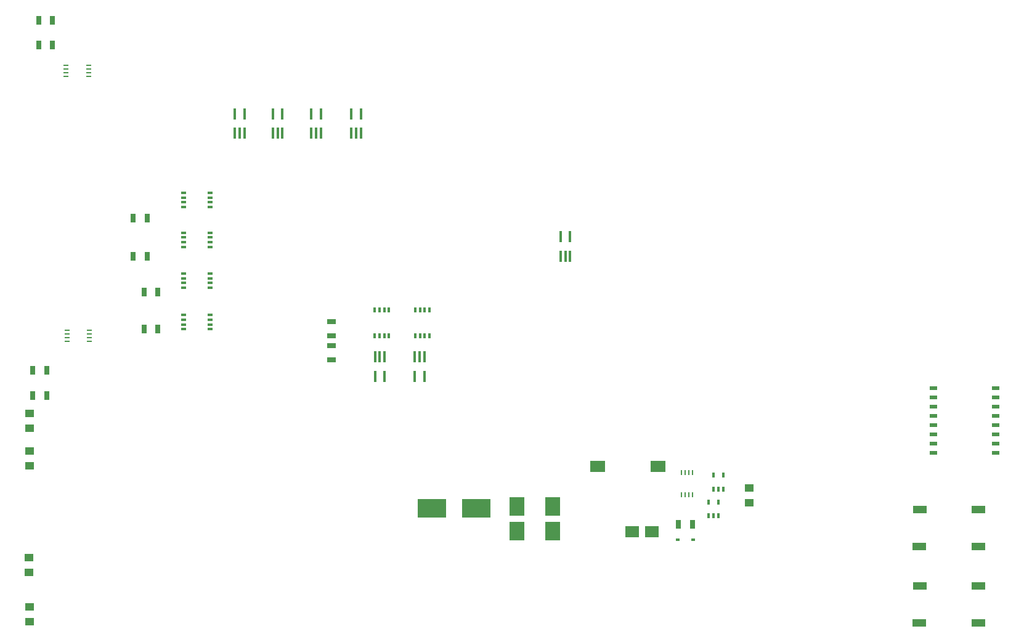
<source format=gbr>
G04 #@! TF.FileFunction,Paste,Top*
%FSLAX46Y46*%
G04 Gerber Fmt 4.6, Leading zero omitted, Abs format (unit mm)*
G04 Created by KiCad (PCBNEW 4.0.4+e1-6308~48~ubuntu15.10.1-stable) date Thu Jul 19 16:03:55 2018*
%MOMM*%
%LPD*%
G01*
G04 APERTURE LIST*
%ADD10C,0.100000*%
%ADD11R,1.140000X0.620000*%
%ADD12R,1.900000X1.000000*%
%ADD13R,0.250000X0.750000*%
%ADD14R,0.750000X0.250000*%
%ADD15R,0.750000X0.350000*%
%ADD16R,0.350000X0.750000*%
%ADD17R,0.400000X1.500000*%
%ADD18R,1.250000X1.000000*%
%ADD19R,2.100000X2.600000*%
%ADD20R,4.000000X2.500000*%
%ADD21R,0.700000X1.300000*%
%ADD22R,0.600000X0.450000*%
%ADD23R,0.400000X0.650000*%
%ADD24R,2.150000X1.500000*%
%ADD25R,1.300000X0.700000*%
%ADD26R,1.950000X1.500000*%
G04 APERTURE END LIST*
D10*
D11*
X170732240Y-74980840D03*
X170732240Y-76230840D03*
X170732240Y-77505840D03*
X170732240Y-78780840D03*
X170732240Y-80055840D03*
X170732240Y-81330840D03*
X170732240Y-82605840D03*
X170732240Y-83855840D03*
X162207240Y-74955840D03*
X162207240Y-82605840D03*
X162207240Y-81330840D03*
X162207240Y-80055840D03*
X162207240Y-78805840D03*
X162207240Y-77530840D03*
X162207240Y-76205840D03*
X162207240Y-83855840D03*
D12*
X160300000Y-107250000D03*
X168375000Y-107250000D03*
X160325000Y-102150000D03*
X168375000Y-102150000D03*
X160300000Y-96750000D03*
X168375000Y-96750000D03*
X160325000Y-91650000D03*
X168375000Y-91650000D03*
D13*
X129101240Y-89637200D03*
X128601240Y-89637200D03*
X128101240Y-89637200D03*
X127601240Y-89637200D03*
X129101240Y-86537200D03*
X128601240Y-86537200D03*
X127601240Y-86537200D03*
X128101240Y-86537200D03*
D14*
X43047240Y-32140840D03*
X43047240Y-31640840D03*
X43047240Y-31140840D03*
X43047240Y-30640840D03*
X46147240Y-32140840D03*
X46147240Y-31640840D03*
X46147240Y-30640840D03*
X46147240Y-31140840D03*
X43150000Y-68550000D03*
X43150000Y-68050000D03*
X43150000Y-67550000D03*
X43150000Y-67050000D03*
X46250000Y-68550000D03*
X46250000Y-68050000D03*
X46250000Y-67050000D03*
X46250000Y-67550000D03*
D15*
X59197240Y-66865840D03*
X59197240Y-66215840D03*
X59197240Y-65565840D03*
X59197240Y-64915840D03*
X62797240Y-66865840D03*
X62797240Y-66215840D03*
X62797240Y-64915840D03*
X62797240Y-65565840D03*
X59197240Y-61165840D03*
X59197240Y-60515840D03*
X59197240Y-59865840D03*
X59197240Y-59215840D03*
X62797240Y-61165840D03*
X62797240Y-60515840D03*
X62797240Y-59215840D03*
X62797240Y-59865840D03*
X59197240Y-55565840D03*
X59197240Y-54915840D03*
X59197240Y-54265840D03*
X59197240Y-53615840D03*
X62797240Y-55565840D03*
X62797240Y-54915840D03*
X62797240Y-53615840D03*
X62797240Y-54265840D03*
X59197240Y-50065840D03*
X59197240Y-49415840D03*
X59197240Y-48765840D03*
X59197240Y-48115840D03*
X62797240Y-50065840D03*
X62797240Y-49415840D03*
X62797240Y-48115840D03*
X62797240Y-48765840D03*
D16*
X85450240Y-64200000D03*
X86100240Y-64200000D03*
X86750240Y-64200000D03*
X87400240Y-64200000D03*
X85450240Y-67800000D03*
X86100240Y-67800000D03*
X87400240Y-67800000D03*
X86750240Y-67800000D03*
X91025000Y-64200000D03*
X91675000Y-64200000D03*
X92325000Y-64200000D03*
X92975000Y-64200000D03*
X91025000Y-67800000D03*
X91675000Y-67800000D03*
X92975000Y-67800000D03*
X92325000Y-67800000D03*
D17*
X66250000Y-39930000D03*
X66900000Y-39930000D03*
X67550000Y-39930000D03*
X67550000Y-37270000D03*
X66250000Y-37270000D03*
D18*
X37978040Y-83630000D03*
X37978040Y-85630000D03*
D17*
X111000000Y-56830000D03*
X111650000Y-56830000D03*
X112300000Y-56830000D03*
X112300000Y-54170000D03*
X111000000Y-54170000D03*
X71447240Y-39920840D03*
X72097240Y-39920840D03*
X72747240Y-39920840D03*
X72747240Y-37260840D03*
X71447240Y-37260840D03*
X76747240Y-39920840D03*
X77397240Y-39920840D03*
X78047240Y-39920840D03*
X78047240Y-37260840D03*
X76747240Y-37260840D03*
X82247240Y-39920840D03*
X82897240Y-39920840D03*
X83547240Y-39920840D03*
X83547240Y-37260840D03*
X82247240Y-37260840D03*
D19*
X105022440Y-91236800D03*
X109922440Y-91236800D03*
X105022440Y-94589600D03*
X109922440Y-94589600D03*
D20*
X93290000Y-91480000D03*
X99390000Y-91480000D03*
D18*
X37978040Y-80448400D03*
X37978040Y-78448400D03*
D21*
X38447240Y-72540840D03*
X40347240Y-72540840D03*
X38450000Y-75950000D03*
X40350000Y-75950000D03*
X39247240Y-27790840D03*
X41147240Y-27790840D03*
X39247240Y-24390840D03*
X41147240Y-24390840D03*
X52250000Y-56850000D03*
X54150000Y-56850000D03*
X52250000Y-51600000D03*
X54150000Y-51600000D03*
X53750000Y-66850000D03*
X55650000Y-66850000D03*
X53750000Y-61750000D03*
X55650000Y-61750000D03*
D18*
X38054240Y-105019600D03*
X38054240Y-107019600D03*
X37927240Y-100263200D03*
X37927240Y-98263200D03*
X136936440Y-88712800D03*
X136936440Y-90712800D03*
D22*
X129198040Y-95808800D03*
X127098040Y-95808800D03*
D21*
X129098040Y-93675200D03*
X127198040Y-93675200D03*
D23*
X132019240Y-88834000D03*
X133319240Y-88834000D03*
X132669240Y-88834000D03*
X133319240Y-86934000D03*
X132019240Y-86934000D03*
X131358840Y-92491600D03*
X132658840Y-92491600D03*
X132008840Y-92491600D03*
X132658840Y-90591600D03*
X131358840Y-90591600D03*
D24*
X124338040Y-85750400D03*
X116088040Y-85750400D03*
D25*
X79532440Y-69154000D03*
X79532440Y-71054000D03*
X79532440Y-67752000D03*
X79532440Y-65852000D03*
D17*
X86786440Y-70670000D03*
X86136440Y-70670000D03*
X85486440Y-70670000D03*
X85486440Y-73330000D03*
X86786440Y-73330000D03*
X92272840Y-70670000D03*
X91622840Y-70670000D03*
X90972840Y-70670000D03*
X90972840Y-73330000D03*
X92272840Y-73330000D03*
D26*
X123528640Y-94691200D03*
X120778640Y-94691200D03*
M02*

</source>
